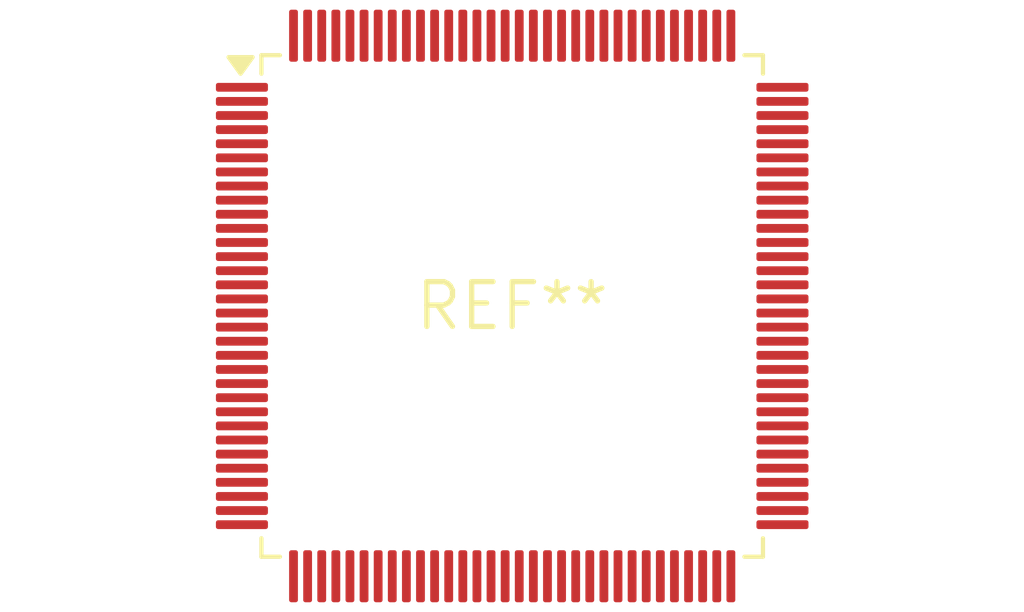
<source format=kicad_pcb>
(kicad_pcb (version 20240108) (generator pcbnew)
  (layers (0 "F.Cu" signal) (31 "B.Cu" signal) (34 "B.Paste" user) (35 "F.Paste" user) (36 "B.SilkS" user "B.Silkscreen") (37 "F.SilkS" user "F.Silkscreen") (38 "B.Mask" user) (39 "F.Mask" user) (44 "Edge.Cuts" user))
  (net 0 "")
  (footprint "VQFP-128_14x14mm_P0.4mm" (layer "F.Cu") (at 0 0)
    (property "Reference" "REF**")
    (property "Value" "VQFP-128_14x14mm_P0.4mm")
    (fp_line (start -7.11 -7.11) (end -7.11 -6.585) (layer "F.SilkS") (stroke (width 0.12)))
    (fp_line (start -7.11 7.11) (end -7.11 6.585) (layer "F.SilkS") (stroke (width 0.12)))
    (fp_line (start -6.585 -7.11) (end -7.11 -7.11) (layer "F.SilkS") (stroke (width 0.12)))
    (fp_line (start -6.585 7.11) (end -7.11 7.11) (layer "F.SilkS") (stroke (width 0.12)))
    (fp_line (start 6.585 -7.11) (end 7.11 -7.11) (layer "F.SilkS") (stroke (width 0.12)))
    (fp_line (start 6.585 7.11) (end 7.11 7.11) (layer "F.SilkS") (stroke (width 0.12)))
    (fp_line (start 7.11 -7.11) (end 7.11 -6.585) (layer "F.SilkS") (stroke (width 0.12)))
    (fp_line (start 7.11 7.11) (end 7.11 6.585) (layer "F.SilkS") (stroke (width 0.12)))
    (fp_poly (pts (xy -7.7 -6.585) (xy -8.04 -7.055) (xy -7.36 -7.055) (xy -7.7 -6.585)) (layer "F.SilkS") (stroke (width 0.12)) (fill solid))
    (pad "1" smd roundrect (at -7.6625 -6.2) (size 1.475 0.25) (layers "F.Cu" "F.Paste" "F.Mask"))
    (pad "2" smd roundrect (at -7.6625 -5.8) (size 1.475 0.25) (layers "F.Cu" "F.Paste" "F.Mask"))
    (pad "3" smd roundrect (at -7.6625 -5.4) (size 1.475 0.25) (layers "F.Cu" "F.Paste" "F.Mask"))
    (pad "4" smd roundrect (at -7.6625 -5) (size 1.475 0.25) (layers "F.Cu" "F.Paste" "F.Mask"))
    (pad "5" smd roundrect (at -7.6625 -4.6) (size 1.475 0.25) (layers "F.Cu" "F.Paste" "F.Mask"))
    (pad "6" smd roundrect (at -7.6625 -4.2) (size 1.475 0.25) (layers "F.Cu" "F.Paste" "F.Mask"))
    (pad "7" smd roundrect (at -7.6625 -3.8) (size 1.475 0.25) (layers "F.Cu" "F.Paste" "F.Mask"))
    (pad "8" smd roundrect (at -7.6625 -3.4) (size 1.475 0.25) (layers "F.Cu" "F.Paste" "F.Mask"))
    (pad "9" smd roundrect (at -7.6625 -3) (size 1.475 0.25) (layers "F.Cu" "F.Paste" "F.Mask"))
    (pad "10" smd roundrect (at -7.6625 -2.6) (size 1.475 0.25) (layers "F.Cu" "F.Paste" "F.Mask"))
    (pad "11" smd roundrect (at -7.6625 -2.2) (size 1.475 0.25) (layers "F.Cu" "F.Paste" "F.Mask"))
    (pad "12" smd roundrect (at -7.6625 -1.8) (size 1.475 0.25) (layers "F.Cu" "F.Paste" "F.Mask"))
    (pad "13" smd roundrect (at -7.6625 -1.4) (size 1.475 0.25) (layers "F.Cu" "F.Paste" "F.Mask"))
    (pad "14" smd roundrect (at -7.6625 -1) (size 1.475 0.25) (layers "F.Cu" "F.Paste" "F.Mask"))
    (pad "15" smd roundrect (at -7.6625 -0.6) (size 1.475 0.25) (layers "F.Cu" "F.Paste" "F.Mask"))
    (pad "16" smd roundrect (at -7.6625 -0.2) (size 1.475 0.25) (layers "F.Cu" "F.Paste" "F.Mask"))
    (pad "17" smd roundrect (at -7.6625 0.2) (size 1.475 0.25) (layers "F.Cu" "F.Paste" "F.Mask"))
    (pad "18" smd roundrect (at -7.6625 0.6) (size 1.475 0.25) (layers "F.Cu" "F.Paste" "F.Mask"))
    (pad "19" smd roundrect (at -7.6625 1) (size 1.475 0.25) (layers "F.Cu" "F.Paste" "F.Mask"))
    (pad "20" smd roundrect (at -7.6625 1.4) (size 1.475 0.25) (layers "F.Cu" "F.Paste" "F.Mask"))
    (pad "21" smd roundrect (at -7.6625 1.8) (size 1.475 0.25) (layers "F.Cu" "F.Paste" "F.Mask"))
    (pad "22" smd roundrect (at -7.6625 2.2) (size 1.475 0.25) (layers "F.Cu" "F.Paste" "F.Mask"))
    (pad "23" smd roundrect (at -7.6625 2.6) (size 1.475 0.25) (layers "F.Cu" "F.Paste" "F.Mask"))
    (pad "24" smd roundrect (at -7.6625 3) (size 1.475 0.25) (layers "F.Cu" "F.Paste" "F.Mask"))
    (pad "25" smd roundrect (at -7.6625 3.4) (size 1.475 0.25) (layers "F.Cu" "F.Paste" "F.Mask"))
    (pad "26" smd roundrect (at -7.6625 3.8) (size 1.475 0.25) (layers "F.Cu" "F.Paste" "F.Mask"))
    (pad "27" smd roundrect (at -7.6625 4.2) (size 1.475 0.25) (layers "F.Cu" "F.Paste" "F.Mask"))
    (pad "28" smd roundrect (at -7.6625 4.6) (size 1.475 0.25) (layers "F.Cu" "F.Paste" "F.Mask"))
    (pad "29" smd roundrect (at -7.6625 5) (size 1.475 0.25) (layers "F.Cu" "F.Paste" "F.Mask"))
    (pad "30" smd roundrect (at -7.6625 5.4) (size 1.475 0.25) (layers "F.Cu" "F.Paste" "F.Mask"))
    (pad "31" smd roundrect (at -7.6625 5.8) (size 1.475 0.25) (layers "F.Cu" "F.Paste" "F.Mask"))
    (pad "32" smd roundrect (at -7.6625 6.2) (size 1.475 0.25) (layers "F.Cu" "F.Paste" "F.Mask"))
    (pad "33" smd roundrect (at -6.2 7.6625) (size 0.25 1.475) (layers "F.Cu" "F.Paste" "F.Mask"))
    (pad "34" smd roundrect (at -5.8 7.6625) (size 0.25 1.475) (layers "F.Cu" "F.Paste" "F.Mask"))
    (pad "35" smd roundrect (at -5.4 7.6625) (size 0.25 1.475) (layers "F.Cu" "F.Paste" "F.Mask"))
    (pad "36" smd roundrect (at -5 7.6625) (size 0.25 1.475) (layers "F.Cu" "F.Paste" "F.Mask"))
    (pad "37" smd roundrect (at -4.6 7.6625) (size 0.25 1.475) (layers "F.Cu" "F.Paste" "F.Mask"))
    (pad "38" smd roundrect (at -4.2 7.6625) (size 0.25 1.475) (layers "F.Cu" "F.Paste" "F.Mask"))
    (pad "39" smd roundrect (at -3.8 7.6625) (size 0.25 1.475) (layers "F.Cu" "F.Paste" "F.Mask"))
    (pad "40" smd roundrect (at -3.4 7.6625) (size 0.25 1.475) (layers "F.Cu" "F.Paste" "F.Mask"))
    (pad "41" smd roundrect (at -3 7.6625) (size 0.25 1.475) (layers "F.Cu" "F.Paste" "F.Mask"))
    (pad "42" smd roundrect (at -2.6 7.6625) (size 0.25 1.475) (layers "F.Cu" "F.Paste" "F.Mask"))
    (pad "43" smd roundrect (at -2.2 7.6625) (size 0.25 1.475) (layers "F.Cu" "F.Paste" "F.Mask"))
    (pad "44" smd roundrect (at -1.8 7.6625) (size 0.25 1.475) (layers "F.Cu" "F.Paste" "F.Mask"))
    (pad "45" smd roundrect (at -1.4 7.6625) (size 0.25 1.475) (layers "F.Cu" "F.Paste" "F.Mask"))
    (pad "46" smd roundrect (at -1 7.6625) (size 0.25 1.475) (layers "F.Cu" "F.Paste" "F.Mask"))
    (pad "47" smd roundrect (at -0.6 7.6625) (size 0.25 1.475) (layers "F.Cu" "F.Paste" "F.Mask"))
    (pad "48" smd roundrect (at -0.2 7.6625) (size 0.25 1.475) (layers "F.Cu" "F.Paste" "F.Mask"))
    (pad "49" smd roundrect (at 0.2 7.6625) (size 0.25 1.475) (layers "F.Cu" "F.Paste" "F.Mask"))
    (pad "50" smd roundrect (at 0.6 7.6625) (size 0.25 1.475) (layers "F.Cu" "F.Paste" "F.Mask"))
    (pad "51" smd roundrect (at 1 7.6625) (size 0.25 1.475) (layers "F.Cu" "F.Paste" "F.Mask"))
    (pad "52" smd roundrect (at 1.4 7.6625) (size 0.25 1.475) (layers "F.Cu" "F.Paste" "F.Mask"))
    (pad "53" smd roundrect (at 1.8 7.6625) (size 0.25 1.475) (layers "F.Cu" "F.Paste" "F.Mask"))
    (pad "54" smd roundrect (at 2.2 7.6625) (size 0.25 1.475) (layers "F.Cu" "F.Paste" "F.Mask"))
    (pad "55" smd roundrect (at 2.6 7.6625) (size 0.25 1.475) (layers "F.Cu" "F.Paste" "F.Mask"))
    (pad "56" smd roundrect (at 3 7.6625) (size 0.25 1.475) (layers "F.Cu" "F.Paste" "F.Mask"))
    (pad "57" smd roundrect (at 3.4 7.6625) (size 0.25 1.475) (layers "F.Cu" "F.Paste" "F.Mask"))
    (pad "58" smd roundrect (at 3.8 7.6625) (size 0.25 1.475) (layers "F.Cu" "F.Paste" "F.Mask"))
    (pad "59" smd roundrect (at 4.2 7.6625) (size 0.25 1.475) (layers "F.Cu" "F.Paste" "F.Mask"))
    (pad "60" smd roundrect (at 4.6 7.6625) (size 0.25 1.475) (layers "F.Cu" "F.Paste" "F.Mask"))
    (pad "61" smd roundrect (at 5 7.6625) (size 0.25 1.475) (layers "F.Cu" "F.Paste" "F.Mask"))
    (pad "62" smd roundrect (at 5.4 7.6625) (size 0.25 1.475) (layers "F.Cu" "F.Paste" "F.Mask"))
    (pad "63" smd roundrect (at 5.8 7.6625) (size 0.25 1.475) (layers "F.Cu" "F.Paste" "F.Mask"))
    (pad "64" smd roundrect (at 6.2 7.6625) (size 0.25 1.475) (layers "F.Cu" "F.Paste" "F.Mask"))
    (pad "65" smd roundrect (at 7.6625 6.2) (size 1.475 0.25) (layers "F.Cu" "F.Paste" "F.Mask"))
    (pad "66" smd roundrect (at 7.6625 5.8) (size 1.475 0.25) (layers "F.Cu" "F.Paste" "F.Mask"))
    (pad "67" smd roundrect (at 7.6625 5.4) (size 1.475 0.25) (layers "F.Cu" "F.Paste" "F.Mask"))
    (pad "68" smd roundrect (at 7.6625 5) (size 1.475 0.25) (layers "F.Cu" "F.Paste" "F.Mask"))
    (pad "69" smd roundrect (at 7.6625 4.6) (size 1.475 0.25) (layers "F.Cu" "F.Paste" "F.Mask"))
    (pad "70" smd roundrect (at 7.6625 4.2) (size 1.475 0.25) (layers "F.Cu" "F.Paste" "F.Mask"))
    (pad "71" smd roundrect (at 7.6625 3.8) (size 1.475 0.25) (layers "F.Cu" "F.Paste" "F.Mask"))
    (pad "72" smd roundrect (at 7.6625 3.4) (size 1.475 0.25) (layers "F.Cu" "F.Paste" "F.Mask"))
    (pad "73" smd roundrect (at 7.6625 3) (size 1.475 0.25) (layers "F.Cu" "F.Paste" "F.Mask"))
    (pad "74" smd roundrect (at 7.6625 2.6) (size 1.475 0.25) (layers "F.Cu" "F.Paste" "F.Mask"))
    (pad "75" smd roundrect (at 7.6625 2.2) (size 1.475 0.25) (layers "F.Cu" "F.Paste" "F.Mask"))
    (pad "76" smd roundrect (at 7.6625 1.8) (size 1.475 0.25) (layers "F.Cu" "F.Paste" "F.Mask"))
    (pad "77" smd roundrect (at 7.6625 1.4) (size 1.475 0.25) (layers "F.Cu" "F.Paste" "F.Mask"))
    (pad "78" smd roundrect (at 7.6625 1) (size 1.475 0.25) (layers "F.Cu" "F.Paste" "F.Mask"))
    (pad "79" smd roundrect (at 7.6625 0.6) (size 1.475 0.25) (layers "F.Cu" "F.Paste" "F.Mask"))
    (pad "80" smd roundrect (at 7.6625 0.2) (size 1.475 0.25) (layers "F.Cu" "F.Paste" "F.Mask"))
    (pad "81" smd roundrect (at 7.6625 -0.2) (size 1.475 0.25) (layers "F.Cu" "F.Paste" "F.Mask"))
    (pad "82" smd roundrect (at 7.6625 -0.6) (size 1.475 0.25) (layers "F.Cu" "F.Paste" "F.Mask"))
    (pad "83" smd roundrect (at 7.6625 -1) (size 1.475 0.25) (layers "F.Cu" "F.Paste" "F.Mask"))
    (pad "84" smd roundrect (at 7.6625 -1.4) (size 1.475 0.25) (layers "F.Cu" "F.Paste" "F.Mask"))
    (pad "85" smd roundrect (at 7.6625 -1.8) (size 1.475 0.25) (layers "F.Cu" "F.Paste" "F.Mask"))
    (pad "86" smd roundrect (at 7.6625 -2.2) (size 1.475 0.25) (layers "F.Cu" "F.Paste" "F.Mask"))
    (pad "87" smd roundrect (at 7.6625 -2.6) (size 1.475 0.25) (layers "F.Cu" "F.Paste" "F.Mask"))
    (pad "88" smd roundrect (at 7.6625 -3) (size 1.475 0.25) (layers "F.Cu" "F.Paste" "F.Mask"))
    (pad "89" smd roundrect (at 7.6625 -3.4) (size 1.475 0.25) (layers "F.Cu" "F.Paste" "F.Mask"))
    (pad "90" smd roundrect (at 7.6625 -3.8) (size 1.475 0.25) (layers "F.Cu" "F.Paste" "F.Mask"))
    (pad "91" smd roundrect (at 7.6625 -4.2) (size 1.475 0.25) (layers "F.Cu" "F.Paste" "F.Mask"))
    (pad "92" smd roundrect (at 7.6625 -4.6) (size 1.475 0.25) (layers "F.Cu" "F.Paste" "F.Mask"))
    (pad "93" smd roundrect (at 7.6625 -5) (size 1.475 0.25) (layers "F.Cu" "F.Paste" "F.Mask"))
    (pad "94" smd roundrect (at 7.6625 -5.4) (size 1.475 0.25) (layers "F.Cu" "F.Paste" "F.Mask"))
    (pad "95" smd roundrect (at 7.6625 -5.8) (size 1.475 0.25) (layers "F.Cu" "F.Paste" "F.Mask"))
    (pad "96" smd roundrect (at 7.6625 -6.2) (size 1.475 0.25) (layers "F.Cu" "F.Paste" "F.Mask"))
    (pad "97" smd roundrect (at 6.2 -7.6625) (size 0.25 1.475) (layers "F.Cu" "F.Paste" "F.Mask"))
    (pad "98" smd roundrect (at 5.8 -7.6625) (size 0.25 1.475) (layers "F.Cu" "F.Paste" "F.Mask"))
    (pad "99" smd roundrect (at 5.4 -7.6625) (size 0.25 1.475) (layers "F.Cu" "F.Paste" "F.Mask"))
    (pad "100" smd roundrect (at 5 -7.6625) (size 0.25 1.475) (layers "F.Cu" "F.Paste" "F.Mask"))
    (pad "101" smd roundrect (at 4.6 -7.6625) (size 0.25 1.475) (layers "F.Cu" "F.Paste" "F.Mask"))
    (pad "102" smd roundrect (at 4.2 -7.6625) (size 0.25 1.475) (layers "F.Cu" "F.Paste" "F.Mask"))
    (pad "103" smd roundrect (at 3.8 -7.6625) (size 0.25 1.475) (layers "F.Cu" "F.Paste" "F.Mask"))
    (pad "104" smd roundrect (at 3.4 -7.6625) (size 0.25 1.475) (layers "F.Cu" "F.Paste" "F.Mask"))
    (pad "105" smd roundrect (at 3 -7.6625) (size 0.25 1.475) (layers "F.Cu" "F.Paste" "F.Mask"))
    (pad "106" smd roundrect (at 2.6 -7.6625) (size 0.25 1.475) (layers "F.Cu" "F.Paste" "F.Mask"))
    (pad "107" smd roundrect (at 2.2 -7.6625) (size 0.25 1.475) (layers "F.Cu" "F.Paste" "F.Mask"))
    (pad "108" smd roundrect (at 1.8 -7.6625) (size 0.25 1.475) (layers "F.Cu" "F.Paste" "F.Mask"))
    (pad "109" smd roundrect (at 1.4 -7.6625) (size 0.25 1.475) (layers "F.Cu" "F.Paste" "F.Mask"))
    (pad "110" smd roundrect (at 1 -7.6625) (size 0.25 1.475) (layers "F.Cu" "F.Paste" "F.Mask"))
    (pad "111" smd roundrect (at 0.6 -7.6625) (size 0.25 1.475) (layers "F.Cu" "F.Paste" "F.Mask"))
    (pad "112" smd roundrect (at 0.2 -7.6625) (size 0.25 1.475) (layers "F.Cu" "F.Paste" "F.Mask"))
    (pad "113" smd roundrect (at -0.2 -7.6625) (size 0.25 1.475) (layers "F.Cu" "F.Paste" "F.Mask"))
    (pad "114" smd roundrect (at -0.6 -7.6625) (size 0.25 1.475) (layers "F.Cu" "F.Paste" "F.Mask"))
    (pad "115" smd roundrect (at -1 -7.6625) (size 0.25 1.475) (layers "F.Cu" "F.Paste" "F.Mask"))
    (pad "116" smd roundrect (at -1.4 -7.6625) (size 0.25 1.475) (layers "F.Cu" "F.Paste" "F.Mask"))
    (pad "117" smd roundrect (at -1.8 -7.6625) (size 0.25 1.475) (layers "F.Cu" "F.Paste" "F.Mask"))
    (pad "118" smd roundrect (at -2.2 -7.6625) (size 0.25 1.475) (layers "F.Cu" "F.Paste" "F.Mask"))
    (pad "119" smd roundrect (at -2.6 -7.6625) (size 0.25 1.475) (layers "F.Cu" "F.Paste" "F.Mask"))
    (pad "120" smd roundrect (at -3 -7.6625) (size 0.25 1.475) (layers "F.Cu" "F.Paste" "F.Mask"))
    (pad "121" smd roundrect (at -3.4 -7.6625) (size 0.25 1.475) (layers "F.Cu" "F.Paste" "F.Mask"))
    (pad "122" smd roundrect (at -3.8 -7.6625) (size 0.25 1.475) (layers "F.Cu" "F.Paste" "F.Mask"))
    (pad "123" smd roundrect (at -4.2 -7.6625) (size 0.25 1.475) (layers "F.Cu" "F.Paste" "F.Mask"))
    (pad "124" smd roundrect (at -4.6 -7.6625) (size 0.25 1.475) (layers "F.Cu" "F.Paste" "F.Mask"))
    (pad "125" smd roundrect (at -5 -7.6625) (size 0.25 1.475) (layers "F.Cu" "F.Paste" "F.Mask"))
    (pad "126" smd roundrect (at -5.4 -7.6625) (size 0.25 1.475) (layers "F.Cu" "F.Paste" "F.Mask"))
    (pad "127" smd roundrect (at -5.8 -7.6625) (size 0.25 1.475) (layers "F.Cu" "F.Paste" "F.Mask"))
    (pad "128" smd roundrect (at -6.2 -7.6625) (size 0.25 1.475) (layers "F.Cu" "F.Paste" "F.Mask"))
  )
)
</source>
